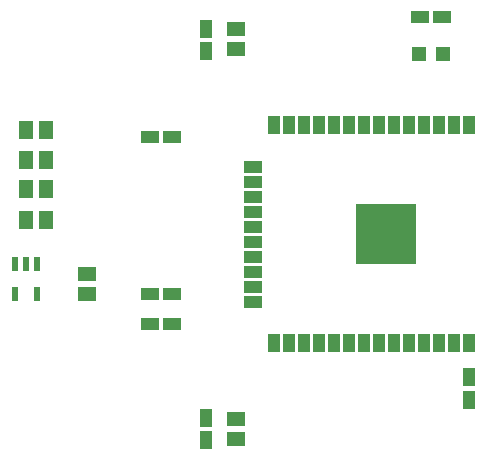
<source format=gtp>
G75*
%MOIN*%
%OFA0B0*%
%FSLAX25Y25*%
%IPPOS*%
%LPD*%
%AMOC8*
5,1,8,0,0,1.08239X$1,22.5*
%
%ADD10R,0.05118X0.05906*%
%ADD11R,0.05906X0.05118*%
%ADD12R,0.04724X0.04724*%
%ADD13R,0.03937X0.05906*%
%ADD14R,0.05906X0.03937*%
%ADD15R,0.20000X0.20000*%
%ADD16R,0.02165X0.04724*%
D10*
X0144492Y0130171D03*
X0151185Y0130171D03*
X0151125Y0140201D03*
X0144432Y0140201D03*
X0144377Y0150121D03*
X0151070Y0150121D03*
X0151130Y0160131D03*
X0144437Y0160131D03*
D11*
X0214424Y0186975D03*
X0214424Y0193668D03*
X0164629Y0111970D03*
X0164629Y0105277D03*
X0214424Y0063668D03*
X0214424Y0056975D03*
D12*
X0275290Y0185321D03*
X0283557Y0185321D03*
D13*
X0281983Y0161739D03*
X0286983Y0161739D03*
X0291983Y0161739D03*
X0276983Y0161739D03*
X0271983Y0161739D03*
X0266983Y0161739D03*
X0261983Y0161739D03*
X0256983Y0161739D03*
X0251983Y0161739D03*
X0246983Y0161739D03*
X0241983Y0161739D03*
X0236983Y0161739D03*
X0231983Y0161739D03*
X0226983Y0161739D03*
X0204424Y0186245D03*
X0204424Y0193647D03*
X0226983Y0088904D03*
X0231983Y0088904D03*
X0236983Y0088904D03*
X0241983Y0088904D03*
X0246983Y0088904D03*
X0251983Y0088904D03*
X0256983Y0088904D03*
X0261983Y0088904D03*
X0266983Y0088904D03*
X0271983Y0088904D03*
X0276983Y0088904D03*
X0281983Y0088904D03*
X0286983Y0088904D03*
X0291983Y0088904D03*
X0291976Y0077537D03*
X0291976Y0070135D03*
X0204424Y0064022D03*
X0204424Y0056620D03*
D14*
X0193124Y0095321D03*
X0185723Y0095321D03*
X0185723Y0105321D03*
X0193124Y0105321D03*
X0220132Y0107762D03*
X0220132Y0112762D03*
X0220132Y0117762D03*
X0220132Y0122762D03*
X0220132Y0127762D03*
X0220132Y0132762D03*
X0220132Y0137762D03*
X0220132Y0142762D03*
X0220132Y0147762D03*
X0193124Y0157821D03*
X0185723Y0157821D03*
X0220132Y0102762D03*
X0275723Y0197821D03*
X0283124Y0197821D03*
D15*
X0264424Y0125321D03*
D16*
X0140683Y0105203D03*
X0148164Y0105203D03*
X0148164Y0115439D03*
X0144424Y0115439D03*
X0140683Y0115439D03*
M02*

</source>
